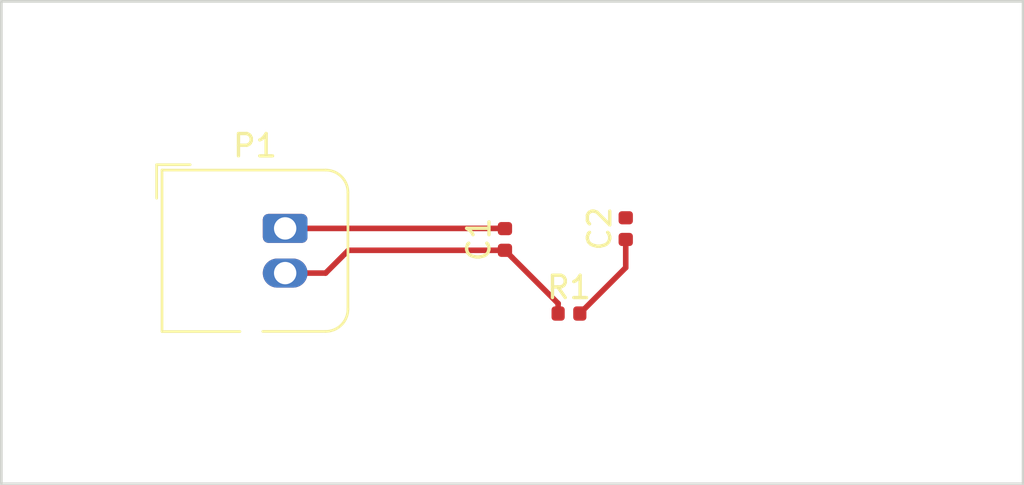
<source format=kicad_pcb>
(kicad_pcb (version 20200922) (generator pcbnew)

  (general
    (thickness 1.6)
  )

  (paper "A4")
  (layers
    (0 "F.Cu" signal)
    (31 "B.Cu" signal)
    (32 "B.Adhes" user "B.Adhesive")
    (33 "F.Adhes" user "F.Adhesive")
    (34 "B.Paste" user)
    (35 "F.Paste" user)
    (36 "B.SilkS" user "B.Silkscreen")
    (37 "F.SilkS" user "F.Silkscreen")
    (38 "B.Mask" user)
    (39 "F.Mask" user)
    (40 "Dwgs.User" user "User.Drawings")
    (41 "Cmts.User" user "User.Comments")
    (42 "Eco1.User" user "User.Eco1")
    (43 "Eco2.User" user "User.Eco2")
    (44 "Edge.Cuts" user)
    (45 "Margin" user)
    (46 "B.CrtYd" user "B.Courtyard")
    (47 "F.CrtYd" user "F.Courtyard")
    (48 "B.Fab" user)
    (49 "F.Fab" user)
  )

  (setup
    (pcbplotparams
      (layerselection 0x00010fc_ffffffff)
      (usegerberextensions false)
      (usegerberattributes false)
      (usegerberadvancedattributes false)
      (creategerberjobfile false)
      (svguseinch false)
      (svgprecision 6)
      (excludeedgelayer true)
      (linewidth 0.100000)
      (plotframeref false)
      (viasonmask false)
      (mode 1)
      (useauxorigin false)
      (hpglpennumber 1)
      (hpglpenspeed 20)
      (hpglpendiameter 15.000000)
      (psnegative false)
      (psa4output false)
      (plotreference true)
      (plotvalue true)
      (plotinvisibletext false)
      (sketchpadsonfab false)
      (subtractmaskfromsilk false)
      (outputformat 1)
      (mirror false)
      (drillshape 1)
      (scaleselection 1)
      (outputdirectory "")
    )
  )


  (net 0 "")
  (net 1 "GND")
  (net 2 "Net-(C2-Pad1)")
  (net 3 "VCC")

  (module "Capacitor_SMD:C_0402_1005Metric" (layer "F.Cu") (tedit 5B301BBE) (tstamp 00000000-0000-0000-0000-00005ca72801)
    (at 164.775001 80.505001 90)
    (descr "Capacitor SMD 0402 (1005 Metric), square (rectangular) end terminal, IPC_7351 nominal, (Body size source: http://www.tortai-tech.com/upload/download/2011102023233369053.pdf), generated with kicad-footprint-generator")
    (tags "capacitor")
    (path "/00000000-0000-0000-0000-00005ca71704/00000000-0000-0000-0000-00005ca745a6")
    (attr smd)
    (fp_text reference "C1" (at 0 -1.17 90) (layer "F.SilkS")
      (effects (font (size 1 1) (thickness 0.15)))
      (tstamp c01d2412-d495-4e64-99d0-e24aef3557d3)
    )
    (fp_text value "C" (at 0 1.17 90) (layer "F.Fab")
      (effects (font (size 1 1) (thickness 0.15)))
      (tstamp 96199b5e-4ee4-4fdf-971f-9954fc5826ed)
    )
    (fp_text user "${REFERENCE}" (at 0 0 90) (layer "F.Fab")
      (effects (font (size 0.25 0.25) (thickness 0.04)))
      (tstamp 6799fbbe-c848-4a09-b416-3a885e45a00c)
    )
    (fp_line (start -0.93 0.47) (end -0.93 -0.47) (layer "F.CrtYd") (width 0.05) (tstamp 3ca1d0c7-9012-4633-81df-21c27a92e4db))
    (fp_line (start -0.93 -0.47) (end 0.93 -0.47) (layer "F.CrtYd") (width 0.05) (tstamp 628d4b64-330a-4b2b-91c2-511110d9f64d))
    (fp_line (start 0.93 0.47) (end -0.93 0.47) (layer "F.CrtYd") (width 0.05) (tstamp c967c9bc-be5c-4bbd-a483-657c910c1f08))
    (fp_line (start 0.93 -0.47) (end 0.93 0.47) (layer "F.CrtYd") (width 0.05) (tstamp f1df0291-669b-4bac-b62d-a732be1fa799))
    (fp_line (start 0.5 0.25) (end -0.5 0.25) (layer "F.Fab") (width 0.1) (tstamp 199c3c0b-05fa-4bf3-b224-2a633ffd6fc3))
    (fp_line (start -0.5 0.25) (end -0.5 -0.25) (layer "F.Fab") (width 0.1) (tstamp 50c87b77-a650-447f-a7c2-f6fa86875c13))
    (fp_line (start -0.5 -0.25) (end 0.5 -0.25) (layer "F.Fab") (width 0.1) (tstamp 934315f7-81ee-4c13-a1b7-e0de8384d01f))
    (fp_line (start 0.5 -0.25) (end 0.5 0.25) (layer "F.Fab") (width 0.1) (tstamp a351d6c5-9493-4ffe-b629-03e76400f0d7))
    (pad "1" smd roundrect (at -0.485 0 90) (size 0.59 0.64) (layers "F.Cu" "F.Paste" "F.Mask") (roundrect_rratio 0.25)
      (net 3 "VCC") (tstamp 562950c0-cae5-4d18-badc-67156626453b))
    (pad "2" smd roundrect (at 0.485 0 90) (size 0.59 0.64) (layers "F.Cu" "F.Paste" "F.Mask") (roundrect_rratio 0.25)
      (net 1 "GND") (tstamp cb4c42f4-8436-4cd4-8ffb-2d91a565e5f0))
    (model "${KISYS3DMOD}/Capacitor_SMD.3dshapes/C_0402_1005Metric.wrl"
      (offset (xyz 0 0 0))
      (scale (xyz 1 1 1))
      (rotate (xyz 0 0 0))
    )
  )

  (module "Capacitor_SMD:C_0402_1005Metric" (layer "F.Cu") (tedit 5B301BBE) (tstamp 00000000-0000-0000-0000-00005ca72810)
    (at 170.18 80.020001 90)
    (descr "Capacitor SMD 0402 (1005 Metric), square (rectangular) end terminal, IPC_7351 nominal, (Body size source: http://www.tortai-tech.com/upload/download/2011102023233369053.pdf), generated with kicad-footprint-generator")
    (tags "capacitor")
    (path "/00000000-0000-0000-0000-00005ca75bc1/00000000-0000-0000-0000-00005ca76352")
    (attr smd)
    (fp_text reference "C2" (at 0 -1.17 90) (layer "F.SilkS")
      (effects (font (size 1 1) (thickness 0.15)))
      (tstamp 86d35d54-1c69-412b-8610-0961bf8b402f)
    )
    (fp_text value "C" (at 0 1.17 90) (layer "F.Fab")
      (effects (font (size 1 1) (thickness 0.15)))
      (tstamp 8a1ee027-a3bd-462d-a3ca-5b401550ad03)
    )
    (fp_text user "${REFERENCE}" (at 0 0 90) (layer "F.Fab")
      (effects (font (size 0.25 0.25) (thickness 0.04)))
      (tstamp 90386117-f9cf-420f-817e-bb8c4ecbb86a)
    )
    (fp_line (start 0.93 0.47) (end -0.93 0.47) (layer "F.CrtYd") (width 0.05) (tstamp 44e3e557-c9d7-4e54-bc77-35825af1df2b))
    (fp_line (start -0.93 0.47) (end -0.93 -0.47) (layer "F.CrtYd") (width 0.05) (tstamp 74f40033-986c-44fb-86ae-c851178f5ad7))
    (fp_line (start 0.93 -0.47) (end 0.93 0.47) (layer "F.CrtYd") (width 0.05) (tstamp bac90c07-f259-4f2e-8da6-656f7f424676))
    (fp_line (start -0.93 -0.47) (end 0.93 -0.47) (layer "F.CrtYd") (width 0.05) (tstamp d3279b05-ca24-4e7d-956b-dc2244b8eed3))
    (fp_line (start -0.5 0.25) (end -0.5 -0.25) (layer "F.Fab") (width 0.1) (tstamp 37db8d11-c1b7-4f49-9cc2-cc4b9220056b))
    (fp_line (start 0.5 -0.25) (end 0.5 0.25) (layer "F.Fab") (width 0.1) (tstamp 5df6cab3-4763-4a7b-bf20-1e03bd717056))
    (fp_line (start -0.5 -0.25) (end 0.5 -0.25) (layer "F.Fab") (width 0.1) (tstamp 7e316f05-1f96-455a-894a-fe09cbb931a6))
    (fp_line (start 0.5 0.25) (end -0.5 0.25) (layer "F.Fab") (width 0.1) (tstamp 91712ad0-9b01-4812-8919-c09a1ae5ae52))
    (pad "1" smd roundrect (at -0.485 0 90) (size 0.59 0.64) (layers "F.Cu" "F.Paste" "F.Mask") (roundrect_rratio 0.25)
      (net 2 "Net-(C2-Pad1)") (tstamp 0240bd25-8779-453b-8614-ef042a3ea96b))
    (pad "2" smd roundrect (at 0.485 0 90) (size 0.59 0.64) (layers "F.Cu" "F.Paste" "F.Mask") (roundrect_rratio 0.25)
      (net 1 "GND") (tstamp 2d86f78a-269f-4d9d-a6d8-957df7757351))
    (model "${KISYS3DMOD}/Capacitor_SMD.3dshapes/C_0402_1005Metric.wrl"
      (offset (xyz 0 0 0))
      (scale (xyz 1 1 1))
      (rotate (xyz 0 0 0))
    )
  )

  (module "Connector_JST:JST_JWPF_B02B-JWPF-SK-R_1x02_P2.00mm_Vertical" (layer "F.Cu") (tedit 5F77AF1C) (tstamp 00000000-0000-0000-0000-00005ca7282d)
    (at 154.94 80.01)
    (descr "JST JWPF series connector, B02B-JWPF-SK-R (http://www.jst-mfg.com/product/pdf/eng/eJWPF1.pdf), generated with kicad-footprint-generator")
    (tags "connector JST JWPF side entry")
    (path "/00000000-0000-0000-0000-00005ca71704/00000000-0000-0000-0000-00005ca714f2")
    (attr through_hole)
    (fp_text reference "P1" (at -1.35 -3.7) (layer "F.SilkS")
      (effects (font (size 1 1) (thickness 0.15)))
      (tstamp 4c84ab1e-6270-4065-9be2-b4b17a5c309c)
    )
    (fp_text value "CONN_01X02" (at -1.35 5.7) (layer "F.Fab")
      (effects (font (size 1 1) (thickness 0.15)))
      (tstamp d23ab5f7-c779-4187-b15d-f6e04a02f854)
    )
    (fp_text user "${REFERENCE}" (at -4.7 1 90) (layer "F.Fab")
      (effects (font (size 1 1) (thickness 0.15)))
      (tstamp 33d93984-14b6-4320-98c4-2b9b323df093)
    )
    (fp_line (start 1.81 -2.61) (end -5.51 -2.61) (layer "F.SilkS") (width 0.12) (tstamp 1111b5c7-4b5b-4abf-a057-f4d45a211bbf))
    (fp_line (start -1 4.61) (end 1.81 4.61) (layer "F.SilkS") (width 0.12) (tstamp 1989bcfb-d339-4c19-b22b-fa5c57e1e47a))
    (fp_line (start -5.75 -2.85) (end -4.25 -2.85) (layer "F.SilkS") (width 0.12) (tstamp 43808e57-9d1f-4c40-9152-6238655f1ac7))
    (fp_line (start 2.81 -1.61) (end 2.81 3.61) (layer "F.SilkS") (width 0.12) (tstamp 76b92771-8542-43c4-afd7-1191d4475910))
    (fp_line (start -5.75 -1.35) (end -5.75 -2.85) (layer "F.SilkS") (width 0.12) (tstamp 893f587c-0e17-48f8-883d-e8026445548a))
    (fp_line (start -5.51 -2.61) (end -5.51 4.61) (layer "F.SilkS") (width 0.12) (tstamp 9d76bf49-3375-4462-a5d1-3914aa44149a))
    (fp_line (start -5.508476 4.616319) (end -2.0232 4.616319) (layer "F.SilkS") (width 0.12) (tstamp e91e24d4-e7c8-4b36-aae7-e7fe6055fe10))
    (fp_arc (start 1.81 -1.61) (end 1.81 -2.61) (angle 90) (layer "F.SilkS") (width 0.12) (tstamp 928673e6-59fc-4956-8175-dd3dd1f475a0))
    (fp_arc (start 1.81 3.61) (end 2.81 3.61) (angle 90) (layer "F.SilkS") (width 0.12) (tstamp f8a30d73-c7d1-471f-a996-0c105a4635ea))
    (fp_line (start -5.9 5) (end 3.2 5) (layer "F.CrtYd") (width 0.05) (tstamp 8d729118-bb00-4f9c-8efb-557b4b39b202))
    (fp_line (start 3.2 -3) (end -5.9 -3) (layer "F.CrtYd") (width 0.05) (tstamp badeda54-08c9-45b3-b351-4788b656e0d5))
    (fp_line (start -5.9 -3) (end -5.9 5) (layer "F.CrtYd") (width 0.05) (tstamp e20b6979-5599-49fa-bf2d-ae994e9e20ad))
    (fp_line (start 3.2 5) (end 3.2 -3) (layer "F.CrtYd") (width 0.05) (tstamp efa86594-3364-4a54-9e6f-756e4e5985d2))
    (fp_line (start 2.7 -1.5) (end 2.7 3.5) (layer "F.Fab") (width 0.1) (tstamp 4550fbc9-5b31-49ed-98e1-a5b53db0f62b))
    (fp_line (start -0.375 -1.9) (end 0.375 -1.9) (layer "F.Fab") (width 0.1) (tstamp 4bdf6f94-3d9f-4147-9ea2-615e6cf4402f))
    (fp_line (start 0.375 -1.9) (end 0 -1.15) (layer "F.Fab") (width 0.1) (tstamp 554d5f9f-a0d7-40ce-9778-5b6fddc24907))
    (fp_line (start 1.7 -2.5) (end -5.4 -2.5) (layer "F.Fab") (width 0.1) (tstamp 5b369d89-f07c-4a35-8e33-edb406c5a3eb))
    (fp_line (start -5.4 -2.5) (end -5.4 4.5) (layer "F.Fab") (width 0.1) (tstamp a6de544b-613a-4e70-8cf8-ba3dbad23265))
    (fp_line (start 0 -1.15) (end -0.375 -1.9) (layer "F.Fab") (width 0.1) (tstamp b2c44a29-6d8d-4424-846b-a1b2c8fdfb15))
    (fp_line (start -5.4 4.5) (end 1.7 4.5) (layer "F.Fab") (width 0.1) (tstamp f7d662db-9b78-477e-8da7-ec301fd92e8c))
    (fp_arc (start 1.7 -1.5) (end 1.7 -2.5) (angle 90) (layer "F.Fab") (width 0.1) (tstamp e25221b4-1132-447b-8ea4-3751bd27b0df))
    (fp_arc (start 1.7 3.5) (end 2.7 3.5) (angle 90) (layer "F.Fab") (width 0.1) (tstamp f3891515-2e76-41fc-9bbb-78e0dc53ee28))
    (pad "" np_thru_hole circle (at -1.5 4.05) (size 1.15 1.15) (drill 1.15) (layers *.Cu *.Mask) (tstamp 0de5e2e1-ae20-41b9-a867-80766d59f428))
    (pad "1" thru_hole roundrect (at 0 0) (size 2 1.3) (drill 1) (layers *.Cu *.Mask) (roundrect_rratio 0.192308)
      (net 1 "GND") (tstamp 67b1c2cf-d1ed-4f37-b70f-78076daa1695))
    (pad "2" thru_hole oval (at 0 2) (size 2 1.3) (drill 1) (layers *.Cu *.Mask)
      (net 3 "VCC") (tstamp ea3f5814-51c2-4f1a-8407-917f230aab83))
    (model "${KISYS3DMOD}/Connector_JST.3dshapes/JST_JWPF_B02B-JWPF-SK-R_1x02_P2.00mm_Vertical.wrl"
      (offset (xyz 0 0 0))
      (scale (xyz 1 1 1))
      (rotate (xyz 0 0 0))
    )
  )

  (module "Resistor_SMD:R_0402_1005Metric" (layer "F.Cu") (tedit 5B301BBD) (tstamp 00000000-0000-0000-0000-00005ca7283c)
    (at 167.64 83.82)
    (descr "Resistor SMD 0402 (1005 Metric), square (rectangular) end terminal, IPC_7351 nominal, (Body size source: http://www.tortai-tech.com/upload/download/2011102023233369053.pdf), generated with kicad-footprint-generator")
    (tags "resistor")
    (path "/00000000-0000-0000-0000-00005ca75bc1/00000000-0000-0000-0000-00005ca75c86")
    (attr smd)
    (fp_text reference "R1" (at 0 -1.17) (layer "F.SilkS")
      (effects (font (size 1 1) (thickness 0.15)))
      (tstamp 8c919ed7-451d-4c00-bba6-a8e030323beb)
    )
    (fp_text value "R" (at 0 1.17) (layer "F.Fab")
      (effects (font (size 1 1) (thickness 0.15)))
      (tstamp d63d9c7f-50bd-49ff-90b3-32b0ebe2832d)
    )
    (fp_text user "${REFERENCE}" (at 0 0) (layer "F.Fab")
      (effects (font (size 0.25 0.25) (thickness 0.04)))
      (tstamp 1fee07c3-2b29-42a5-a254-3c5f88786692)
    )
    (fp_line (start -0.93 -0.47) (end 0.93 -0.47) (layer "F.CrtYd") (width 0.05) (tstamp 3c9baa61-2214-4026-bf6d-32c650199c53))
    (fp_line (start 0.93 0.47) (end -0.93 0.47) (layer "F.CrtYd") (width 0.05) (tstamp bd570d34-4c36-482a-b4b7-12fa04707c90))
    (fp_line (start -0.93 0.47) (end -0.93 -0.47) (layer "F.CrtYd") (width 0.05) (tstamp d46bf2d8-2756-443b-bc8a-c948ea4cce81))
    (fp_line (start 0.93 -0.47) (end 0.93 0.47) (layer "F.CrtYd") (width 0.05) (tstamp eed77ce1-71f0-4772-a6a1-d2306d1cd436))
    (fp_line (start -0.5 -0.25) (end 0.5 -0.25) (layer "F.Fab") (width 0.1) (tstamp 054d46ec-3e93-4f85-8471-f5232ccc16d0))
    (fp_line (start -0.5 0.25) (end -0.5 -0.25) (layer "F.Fab") (width 0.1) (tstamp 41df4b83-91a9-4cbc-93ef-45ce84b57215))
    (fp_line (start 0.5 0.25) (end -0.5 0.25) (layer "F.Fab") (width 0.1) (tstamp 44e8ae66-198b-477d-a523-f80ea5e3e70f))
    (fp_line (start 0.5 -0.25) (end 0.5 0.25) (layer "F.Fab") (width 0.1) (tstamp d3ce59de-4112-4140-b5c1-d8fdeff96ea5))
    (pad "1" smd roundrect (at -0.485 0) (size 0.59 0.64) (layers "F.Cu" "F.Paste" "F.Mask") (roundrect_rratio 0.25)
      (net 3 "VCC") (tstamp 3f7d557b-e629-4793-b980-ddbfba980374))
    (pad "2" smd roundrect (at 0.485 0) (size 0.59 0.64) (layers "F.Cu" "F.Paste" "F.Mask") (roundrect_rratio 0.25)
      (net 2 "Net-(C2-Pad1)") (tstamp fe929283-bf2a-4d2e-9e5b-83a5d35f791d))
    (model "${KISYS3DMOD}/Resistor_SMD.3dshapes/R_0402_1005Metric.wrl"
      (offset (xyz 0 0 0))
      (scale (xyz 1 1 1))
      (rotate (xyz 0 0 0))
    )
  )

  (gr_line (start 187.96 69.85) (end 142.24 69.85) (layer "Edge.Cuts") (width 0.12) (tstamp 23d4b72a-aed3-4fd9-8212-ab5700b8252a))
  (gr_line (start 142.24 91.44) (end 187.96 91.44) (layer "Edge.Cuts") (width 0.12) (tstamp 47c11094-c87d-4454-a9a7-832bad47fbcd))
  (gr_line (start 187.96 91.44) (end 187.96 69.85) (layer "Edge.Cuts") (width 0.12) (tstamp 4df94c0f-4894-49bc-8937-fbab85f2b7a2))
  (gr_line (start 142.24 69.85) (end 142.24 91.44) (layer "Edge.Cuts") (width 0.12) (tstamp 6a753be1-f8a4-4d89-83a0-dc0eea58b3af))

  (segment (start 154.94 80.01) (end 164.765 80.01) (width 0.25) (layer "F.Cu") (net 1) (tstamp 03c1e5e0-6e41-49b1-9ab1-fc48f6546290))
  (segment (start 164.765 80.01) (end 164.775001 80.020001) (width 0.25) (layer "F.Cu") (net 1) (tstamp e159d1c9-21b3-4b7a-a9f8-0ebf2015e352))
  (segment (start 170.18 81.765) (end 168.125 83.82) (width 0.25) (layer "F.Cu") (net 2) (tstamp 023a4b79-fd11-4561-a51e-a64a6b4be156))
  (segment (start 170.18 80.505001) (end 170.18 81.765) (width 0.25) (layer "F.Cu") (net 2) (tstamp 8b4505d5-6038-4ce7-946e-e967c5a5658c))
  (segment (start 156.75 82.01) (end 154.94 82.01) (width 0.25) (layer "F.Cu") (net 3) (tstamp 050f62d7-fc78-4883-a857-0e18e35a5ac2))
  (segment (start 164.775001 80.990001) (end 157.769999 80.990001) (width 0.25) (layer "F.Cu") (net 3) (tstamp 2b79eb41-173a-4153-bc44-25fa55164d63))
  (segment (start 165.1 81.315) (end 164.775001 80.990001) (width 0.25) (layer "F.Cu") (net 3) (tstamp 301c3b50-9149-496b-8625-ff9c83c94896))
  (segment (start 167.155 83.37) (end 165.1 81.315) (width 0.25) (layer "F.Cu") (net 3) (tstamp 7687abce-578a-4e5a-b017-d2866e69bf28))
  (segment (start 157.769999 80.990001) (end 156.75 82.01) (width 0.25) (layer "F.Cu") (net 3) (tstamp 9d3d3d47-aa2a-4b21-8e57-0d6fa1a428d4))
  (segment (start 167.155 83.82) (end 167.155 83.37) (width 0.25) (layer "F.Cu") (net 3) (tstamp d838c98d-3da5-435c-9da0-6f51791c1f1f))

)

</source>
